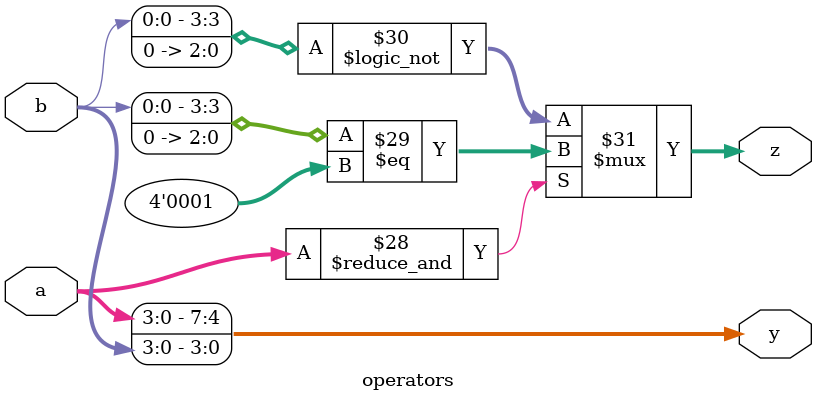
<source format=v>
module operators (output reg  [3:0] z,
                    output reg [7:0] y, 
                input [3:0] a,b
    
);

initial 
$display("design debugging");

always @(*) begin
    //arithmetic operators
    z=a+b;
    #1 $display("z = %b",z);

    z=a-b;
    #1 $display("z = %b",z);

    z=a/b;
    #1 $display("z = %b",z);
    
    z=a*b;
    #1 $display("z = %b",z);

    z=a%b;
    #1 $display("z = %b",z);

    z=a**b;
    #1 $display("z = %b",z);

    #1  $display("arithmetic opetators!");




    //logical operators
    
    if ((a==b) && (a==4'b1010))
        #1 $display("logical and executes!");
    
    else if ((a==b) && (a==4'b1010))
        #1 $display("logical or exexutes!");   
    
    else if (a==b)
        #1 $display("!a= %b",!a);

    #1 $display("logical operators!");




    //relational operators

    if (a>b) begin
    z=a;
    #1 $display("a is greater =%b", a);
    end
    
    else begin
    z=b;
    #1 $display("b is greater = %b",b);
    end



    #1 $display("relational operators!");
    



    //equality operators

    if(a==b)
    #1 $display("a equals to b");

    #1  $display("equality opeartors!");



    //bitwise opeartors

    z=~a;
    #1 $display("bitwise not of a z= %b", z);

    z=&a;
    #1 $display("bitwise and of a z= %b", z);

    z=|a;
    #1 $display("bitwise or of a z= %b", z);

    z=^a;
    #1 $display("bitwise xor of a z= %b", z);
    
    #1  $display("bitwise operators!");



    //reduction operator

    z=&b;
    #1 $display("reduction & of b z= %b",z);

    z=|b;
    #1 $display("reduction | of b z= %b", z);

    z=^b;
    #1 $display("reduction ^ of b z= %b", z);    

    #1  $display("reducion operator!");



    //shift operators

    z= a>>2;
    #1 $display("2 bit right shift of a z= %b ", z);

    z= b<<2;
    #1 $display("2 bit left shift of b z= %b", z);

    z=a>>>3;
    #1 $display("3 bit arithmetic right shift of a z= %b", z);

    z=b<<<3;
    #1 $display("3 bit arithmetic left shift of b z= %b", z);

    #1 $display("shift operators!");



    //concatenation operator
    y= {a,b};
    #1 $display("y= %b", y);

    #1 $display("concatenation operation!");



    //conditional operator 

    z= (&a) ? (z==1): (z==0);
    #1 $display("conditional operator z= %b", z);   

    #1 $display("conditional opration!");
end


endmodule //operators
</source>
